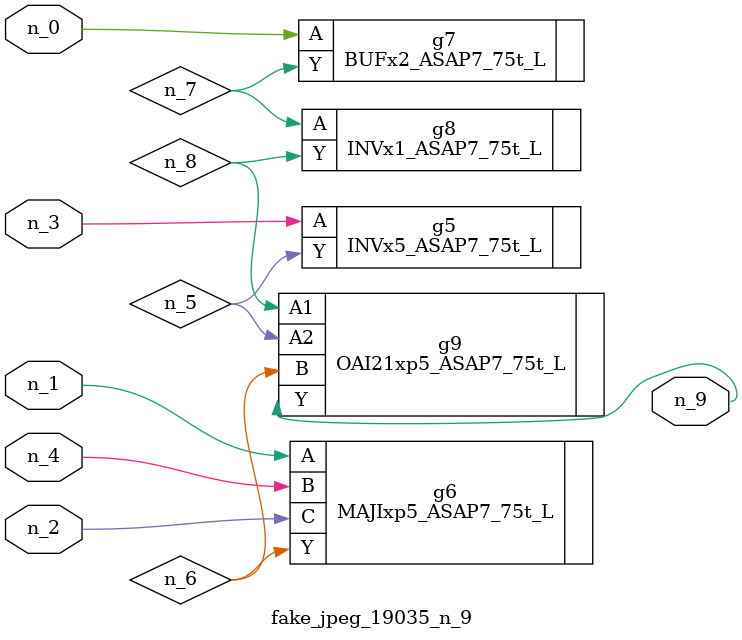
<source format=v>
module fake_jpeg_19035_n_9 (n_3, n_2, n_1, n_0, n_4, n_9);

input n_3;
input n_2;
input n_1;
input n_0;
input n_4;

output n_9;

wire n_8;
wire n_6;
wire n_5;
wire n_7;

INVx5_ASAP7_75t_L g5 ( 
.A(n_3),
.Y(n_5)
);

MAJIxp5_ASAP7_75t_L g6 ( 
.A(n_1),
.B(n_4),
.C(n_2),
.Y(n_6)
);

BUFx2_ASAP7_75t_L g7 ( 
.A(n_0),
.Y(n_7)
);

INVx1_ASAP7_75t_L g8 ( 
.A(n_7),
.Y(n_8)
);

OAI21xp5_ASAP7_75t_L g9 ( 
.A1(n_8),
.A2(n_5),
.B(n_6),
.Y(n_9)
);


endmodule
</source>
